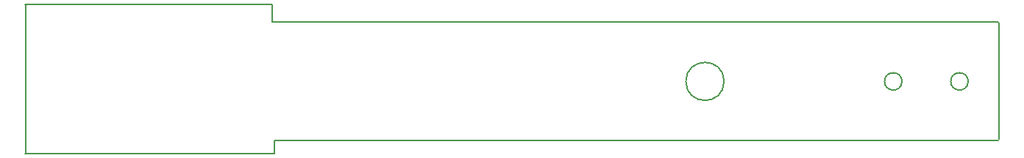
<source format=gbr>
G04 #@! TF.FileFunction,Profile,NP*
%FSLAX46Y46*%
G04 Gerber Fmt 4.6, Leading zero omitted, Abs format (unit mm)*
G04 Created by KiCad (PCBNEW 4.0.2+dfsg1-stable) date 2018年07月27日 19時18分06秒*
%MOMM*%
G01*
G04 APERTURE LIST*
%ADD10C,0.100000*%
%ADD11C,0.200000*%
G04 APERTURE END LIST*
D10*
D11*
X24085600Y-73744800D02*
X24085600Y-90744800D01*
X136085600Y-75744800D02*
X136085600Y-89244800D01*
X52491600Y-75656800D02*
X136057600Y-75656800D01*
X52237600Y-73624800D02*
X52491600Y-73624800D01*
X51729600Y-73624800D02*
X52237600Y-73624800D01*
X51983600Y-90896800D02*
X52745600Y-90896800D01*
X136057600Y-89372800D02*
X52745600Y-89372800D01*
X52745600Y-89372800D02*
X52745600Y-90896800D01*
X24043600Y-90896800D02*
X51983600Y-90896800D01*
X52491600Y-73624800D02*
X52491600Y-75656800D01*
X24043600Y-73624800D02*
X51729600Y-73624800D01*
X132569600Y-82564800D02*
G75*
G03X132569600Y-82564800I-1004000J0D01*
G01*
X124949600Y-82564800D02*
G75*
G03X124949600Y-82564800I-1004000J0D01*
G01*
X104474720Y-82564800D02*
G75*
G03X104474720Y-82564800I-2199120J0D01*
G01*
M02*

</source>
